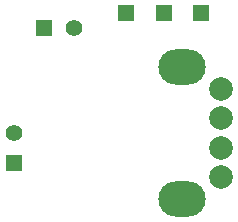
<source format=gbs>
G04 (created by PCBNEW (2013-07-07 BZR 4022)-stable) date 9/13/2015 6:12:30 PM*
%MOIN*%
G04 Gerber Fmt 3.4, Leading zero omitted, Abs format*
%FSLAX34Y34*%
G01*
G70*
G90*
G04 APERTURE LIST*
%ADD10C,0.00590551*%
%ADD11R,0.055X0.055*%
%ADD12C,0.055*%
%ADD13C,0.0787402*%
%ADD14O,0.15748X0.11811*%
G04 APERTURE END LIST*
G54D10*
G54D11*
X71000Y-59500D03*
G54D12*
X71000Y-58500D03*
G54D11*
X72000Y-55000D03*
G54D12*
X73000Y-55000D03*
G54D11*
X74750Y-54500D03*
X76000Y-54500D03*
X77250Y-54500D03*
G54D13*
X77899Y-59976D03*
X77899Y-58992D03*
X77899Y-58007D03*
X77899Y-57023D03*
G54D14*
X76600Y-56300D03*
X76600Y-60700D03*
M02*

</source>
